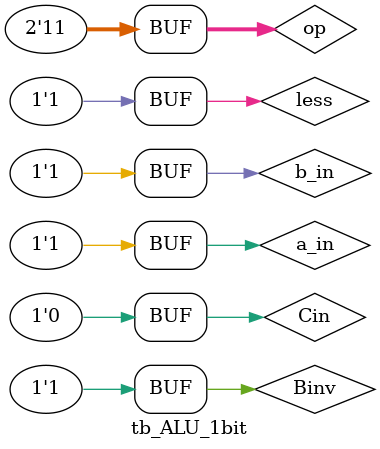
<source format=v>
`timescale 1ns / 1ps


module tb_ALU_1bit;

	// Inputs
	reg [1:0] op;
	reg a_in;
	reg b_in;
	reg Cin;
	reg Binv;
	reg less;

	// Outputs
	wire result;
	wire Cout;

	// Instantiate the Unit Under Test (UUT)
	ALU_1bit uut (
		.op(op), 
		.a_in(a_in), 
		.b_in(b_in), 
		.Cin(Cin), 
		.Binv(Binv), 
		.less(less), 
		.result(result), 
		.Cout(Cout)
	);

	initial begin
		// AND operation check
		op = 2'b00;
		Cin = 0;
		Binv = 0;
		less = 1;
		a_in = 1'b0;
		b_in = 1'b0;
		#50;
		a_in = 1'b1;
		b_in = 1'b0;
		#50;
		a_in = 1'b0;
		b_in = 1'b1;
		#50;
		a_in = 1'b1;
		b_in = 1'b1;
		#50;
		// OR operation check 
		op = 2'b01;
		a_in = 1'b0;
		b_in = 1'b0;
		#50;
		a_in = 1'b1;
		b_in = 1'b0;
		#50;
		a_in = 1'b0;
		b_in = 1'b1;
		#50;
		a_in = 1'b1;
		b_in = 1'b1;
		#50;
		// ADD operation check
		op = 2'b10;
		a_in = 1'b0;
		b_in = 1'b0;
		#50;
		a_in = 1'b1;
		b_in = 1'b0;
		#50;
		a_in = 1'b0;
		b_in = 1'b1;
		#50;
		a_in = 1'b1;
		b_in = 1'b1;
		#50;
		
		// Initialize Inputs
		a_in = 0;
		b_in = 0;
		Cin = 0;
		Binv = 0;
		less = 1;
		op = 0;

		// SUB operation check
		op = 2'b10; Binv = 1;
		a_in = 1'b0;
		b_in = 1'b0;
		#50;
		a_in = 1'b1;
		b_in = 1'b0;
		#50;
		a_in = 1'b1;
		b_in = 1'b1;
		#50;
		// SLT operation check
		op = 2'b11;
		a_in = 1'b0;
		b_in = 1'b0;
		#50;
		a_in = 1'b1;
		b_in = 1'b0;
		#50;
		a_in = 1'b0;
		b_in = 1'b1;
		#50;
		a_in = 1'b1;
		b_in = 1'b1;
		#50;
		
	end			
		
endmodule


</source>
